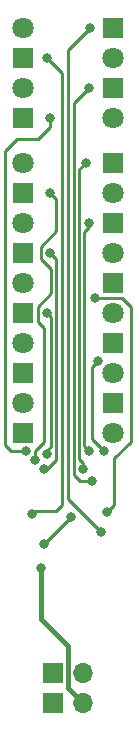
<source format=gtl>
G04 #@! TF.GenerationSoftware,KiCad,Pcbnew,(5.1.10)-1*
G04 #@! TF.CreationDate,2021-10-24T19:42:44-07:00*
G04 #@! TF.ProjectId,project,70726f6a-6563-4742-9e6b-696361645f70,rev?*
G04 #@! TF.SameCoordinates,Original*
G04 #@! TF.FileFunction,Copper,L1,Top*
G04 #@! TF.FilePolarity,Positive*
%FSLAX46Y46*%
G04 Gerber Fmt 4.6, Leading zero omitted, Abs format (unit mm)*
G04 Created by KiCad (PCBNEW (5.1.10)-1) date 2021-10-24 19:42:44*
%MOMM*%
%LPD*%
G01*
G04 APERTURE LIST*
G04 #@! TA.AperFunction,ComponentPad*
%ADD10R,1.700000X1.700000*%
G04 #@! TD*
G04 #@! TA.AperFunction,ComponentPad*
%ADD11O,1.700000X1.700000*%
G04 #@! TD*
G04 #@! TA.AperFunction,ComponentPad*
%ADD12C,1.800000*%
G04 #@! TD*
G04 #@! TA.AperFunction,ComponentPad*
%ADD13R,1.800000X1.800000*%
G04 #@! TD*
G04 #@! TA.AperFunction,ViaPad*
%ADD14C,0.800000*%
G04 #@! TD*
G04 #@! TA.AperFunction,Conductor*
%ADD15C,0.406400*%
G04 #@! TD*
G04 #@! TA.AperFunction,Conductor*
%ADD16C,0.254000*%
G04 #@! TD*
G04 APERTURE END LIST*
D10*
X201930000Y-92710000D03*
D11*
X204470000Y-92710000D03*
X204470000Y-95250000D03*
D10*
X201930000Y-95250000D03*
D12*
X199390000Y-38100000D03*
D13*
X199390000Y-40640000D03*
X207010000Y-38100000D03*
D12*
X207010000Y-40640000D03*
X199390000Y-43180000D03*
D13*
X199390000Y-45720000D03*
D12*
X207010000Y-45720000D03*
D13*
X207010000Y-43180000D03*
X199390000Y-52070000D03*
D12*
X199390000Y-49530000D03*
D13*
X207010000Y-49530000D03*
D12*
X207010000Y-52070000D03*
X199390000Y-54610000D03*
D13*
X199390000Y-57150000D03*
X207010000Y-54610000D03*
D12*
X207010000Y-57150000D03*
X199390000Y-59690000D03*
D13*
X199390000Y-62230000D03*
X207010000Y-59690000D03*
D12*
X207010000Y-62230000D03*
D13*
X199390000Y-67310000D03*
D12*
X199390000Y-64770000D03*
X207010000Y-67310000D03*
D13*
X207010000Y-64770000D03*
D12*
X199390000Y-69850000D03*
D13*
X199390000Y-72390000D03*
X207010000Y-69850000D03*
D12*
X207010000Y-72390000D03*
D14*
X200914000Y-83820000D03*
X204724000Y-49530000D03*
X204470000Y-75438000D03*
X204978000Y-43180000D03*
X205232000Y-76454000D03*
X204978000Y-54610000D03*
X204978000Y-73914000D03*
X206248000Y-73914000D03*
X205740000Y-66294000D03*
X205486000Y-60960000D03*
X206502000Y-79121000D03*
X205105000Y-38100000D03*
X205994000Y-80772000D03*
X200152000Y-79248000D03*
X201422000Y-40640000D03*
X201676000Y-45720000D03*
X199644000Y-73914000D03*
X200406000Y-74676000D03*
X201676000Y-52070000D03*
X201676000Y-57150000D03*
X201168000Y-75438000D03*
X201422000Y-62230000D03*
X201422000Y-74168000D03*
X203454000Y-79502000D03*
X201168000Y-81788000D03*
D15*
X204470000Y-95250000D02*
X203454000Y-94234000D01*
X203454000Y-94234000D02*
X203200000Y-93980000D01*
X203200000Y-93980000D02*
X203200000Y-92456000D01*
X203200000Y-92456000D02*
X203200000Y-90424000D01*
X203200000Y-90424000D02*
X200914000Y-88138000D01*
X200914000Y-88138000D02*
X200914000Y-83820000D01*
D16*
X204162002Y-50091998D02*
X204724000Y-49530000D01*
X204162002Y-74622002D02*
X204162002Y-50091998D01*
X204470000Y-74930000D02*
X204162002Y-74622002D01*
X204470000Y-75438000D02*
X204470000Y-74930000D01*
X204978000Y-43180000D02*
X203708000Y-44450000D01*
X203708000Y-44450000D02*
X203708000Y-75692000D01*
X203708000Y-75946000D02*
X203708000Y-75692000D01*
X204216000Y-76454000D02*
X203708000Y-75946000D01*
X205232000Y-76454000D02*
X204216000Y-76454000D01*
X204978000Y-55010004D02*
X204978000Y-54610000D01*
X204616004Y-55372000D02*
X204978000Y-55010004D01*
X204616004Y-73552004D02*
X204616004Y-55372000D01*
X204978000Y-73914000D02*
X204616004Y-73552004D01*
X205232000Y-72898000D02*
X205232000Y-67056000D01*
X206248000Y-73914000D02*
X205232000Y-72898000D01*
X205232000Y-66802000D02*
X205232000Y-67056000D01*
X205740000Y-66294000D02*
X205232000Y-66802000D01*
X207772000Y-60960000D02*
X205486000Y-60960000D01*
X208534000Y-61722000D02*
X207772000Y-60960000D01*
X208534000Y-66421000D02*
X208534000Y-61722000D01*
X206502000Y-79121000D02*
X207137000Y-78486000D01*
X207137000Y-78486000D02*
X207137000Y-74549000D01*
X207137000Y-74549000D02*
X208534000Y-73152000D01*
X208534000Y-73152000D02*
X208534000Y-66802000D01*
X208534000Y-66802000D02*
X208534000Y-66421000D01*
X203200000Y-40005000D02*
X203200000Y-77470000D01*
X205105000Y-38100000D02*
X203200000Y-40005000D01*
X203200000Y-77978000D02*
X203200000Y-77470000D01*
X205994000Y-80772000D02*
X203200000Y-77978000D01*
X200406000Y-78994000D02*
X200152000Y-79248000D01*
X202184000Y-78994000D02*
X200406000Y-78994000D01*
X201422000Y-40640000D02*
X202692000Y-41910000D01*
X202692000Y-41910000D02*
X202692000Y-78486000D01*
X202692000Y-78486000D02*
X202184000Y-78994000D01*
X201676000Y-46482000D02*
X201676000Y-45720000D01*
X200660000Y-47498000D02*
X201676000Y-46482000D01*
X198882000Y-47498000D02*
X200660000Y-47498000D01*
X197866000Y-48514000D02*
X198882000Y-47498000D01*
X197866000Y-73406000D02*
X197866000Y-48514000D01*
X198374000Y-73914000D02*
X197866000Y-73406000D01*
X199644000Y-73914000D02*
X198374000Y-73914000D01*
X202237998Y-55318002D02*
X202237998Y-55064002D01*
X200914000Y-56642000D02*
X202237998Y-55318002D01*
X200914000Y-57658000D02*
X200914000Y-56642000D01*
X201783996Y-58527996D02*
X200914000Y-57658000D01*
X201783996Y-58781996D02*
X201783996Y-58527996D01*
X200406000Y-74676000D02*
X200406000Y-73914000D01*
X200406000Y-73914000D02*
X201168000Y-73152000D01*
X201168000Y-73152000D02*
X201168000Y-63500000D01*
X201168000Y-63500000D02*
X200660000Y-62992000D01*
X200660000Y-62992000D02*
X200660000Y-61722000D01*
X200660000Y-61722000D02*
X201783996Y-60598004D01*
X201783996Y-60598004D02*
X201783996Y-58781996D01*
X202237998Y-55064002D02*
X202237998Y-52631998D01*
X202237998Y-52631998D02*
X201676000Y-52070000D01*
X202237998Y-57711998D02*
X201676000Y-57150000D01*
X202237998Y-57965998D02*
X202237998Y-57711998D01*
X201168000Y-75438000D02*
X201475998Y-75438000D01*
X201475998Y-75438000D02*
X202237998Y-74676000D01*
X202237998Y-74676000D02*
X202237998Y-57965998D01*
X201783996Y-62591996D02*
X201422000Y-62230000D01*
X201783996Y-73552004D02*
X201783996Y-62591996D01*
X201422000Y-73914000D02*
X201783996Y-73552004D01*
X201422000Y-74168000D02*
X201422000Y-73914000D01*
X201168000Y-81788000D02*
X203454000Y-79502000D01*
M02*

</source>
